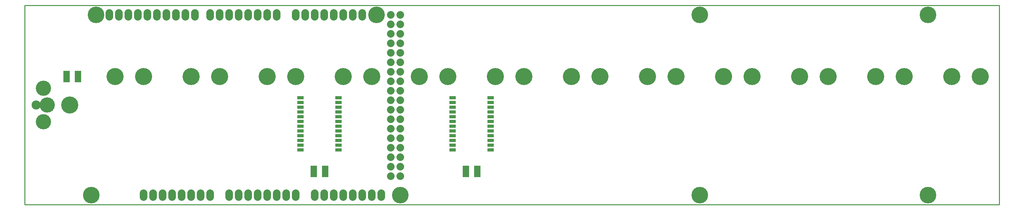
<source format=gbs>
G04 (created by PCBNEW (2013-jul-07)-stable) date Fri 01 Aug 2014 03:38:15 PM EDT*
%MOIN*%
G04 Gerber Fmt 3.4, Leading zero omitted, Abs format*
%FSLAX34Y34*%
G01*
G70*
G90*
G04 APERTURE LIST*
%ADD10C,0.00590551*%
%ADD11C,0.009*%
%ADD12C,0.175*%
%ADD13O,0.08X0.12*%
%ADD14C,0.08*%
%ADD15C,0.18*%
%ADD16C,0.096*%
%ADD17C,0.16*%
%ADD18R,0.07X0.12*%
%ADD19R,0.07X0.035*%
G04 APERTURE END LIST*
G54D10*
G54D11*
X110000Y-29000D02*
X7500Y-29000D01*
X110000Y-50000D02*
X110000Y-29000D01*
X7500Y-50000D02*
X110000Y-50000D01*
X7500Y-29000D02*
X7500Y-50000D01*
G54D12*
X14500Y-49000D03*
X15000Y-30000D03*
X47000Y-49000D03*
X44500Y-30000D03*
G54D13*
X20000Y-49000D03*
X21000Y-49000D03*
X22000Y-49000D03*
X23000Y-49000D03*
X24000Y-49000D03*
X25000Y-49000D03*
X26000Y-49000D03*
X27000Y-49000D03*
X29000Y-49000D03*
X30000Y-49000D03*
X31000Y-49000D03*
X32000Y-49000D03*
X33000Y-49000D03*
X34000Y-49000D03*
X35000Y-49000D03*
X36000Y-49000D03*
X38000Y-49000D03*
X39000Y-49000D03*
X40000Y-49000D03*
X41000Y-49000D03*
X42000Y-49000D03*
X43000Y-49000D03*
X44000Y-49000D03*
X45000Y-49000D03*
X16400Y-30000D03*
X17400Y-30000D03*
X18400Y-30000D03*
X19400Y-30000D03*
X20400Y-30000D03*
X21400Y-30000D03*
X22400Y-30000D03*
X23400Y-30000D03*
X24400Y-30000D03*
X25400Y-30000D03*
X27000Y-30000D03*
X34000Y-30000D03*
X33000Y-30000D03*
X32000Y-30000D03*
X31000Y-30000D03*
X30000Y-30000D03*
X29000Y-30000D03*
X28000Y-30000D03*
X36000Y-30000D03*
X37000Y-30000D03*
X38000Y-30000D03*
X39000Y-30000D03*
X40000Y-30000D03*
X41000Y-30000D03*
X42000Y-30000D03*
X43000Y-30000D03*
G54D14*
X46000Y-30000D03*
X47000Y-30000D03*
X46000Y-31000D03*
X47000Y-31000D03*
X46000Y-32000D03*
X47000Y-32000D03*
X46000Y-33000D03*
X47000Y-33000D03*
X46000Y-34000D03*
X47000Y-34000D03*
X46000Y-35000D03*
X47000Y-35000D03*
X46000Y-36000D03*
X47000Y-36000D03*
X46000Y-37000D03*
X47000Y-37000D03*
X46000Y-38000D03*
X47000Y-38000D03*
X46000Y-39000D03*
X47000Y-39000D03*
X46000Y-40000D03*
X47000Y-40000D03*
X46000Y-41000D03*
X47000Y-41000D03*
X46000Y-42000D03*
X47000Y-42000D03*
X46000Y-43000D03*
X47000Y-43000D03*
X46000Y-44000D03*
X47000Y-44000D03*
X46000Y-45000D03*
X47000Y-45000D03*
X46000Y-46000D03*
X47000Y-46000D03*
X46000Y-47000D03*
X47000Y-47000D03*
G54D15*
X89000Y-36500D03*
X92000Y-36500D03*
X97000Y-36500D03*
X100000Y-36500D03*
X105000Y-36500D03*
X108000Y-36500D03*
X73000Y-36500D03*
X76000Y-36500D03*
X65000Y-36500D03*
X68000Y-36500D03*
X49000Y-36500D03*
X52000Y-36500D03*
X57000Y-36500D03*
X60000Y-36500D03*
X81000Y-36500D03*
X84000Y-36500D03*
X25000Y-36500D03*
X28000Y-36500D03*
X17000Y-36500D03*
X20000Y-36500D03*
X33000Y-36500D03*
X36000Y-36500D03*
X41000Y-36500D03*
X44000Y-36500D03*
G54D16*
X8680Y-39500D03*
G54D17*
X9860Y-39500D03*
G54D15*
X12220Y-39500D03*
G54D17*
X9470Y-41270D03*
X9470Y-37730D03*
G54D18*
X39100Y-46500D03*
X37900Y-46500D03*
X55100Y-46500D03*
X53900Y-46500D03*
X13100Y-36500D03*
X11900Y-36500D03*
G54D19*
X40500Y-41250D03*
X40500Y-40750D03*
X40500Y-40250D03*
X40500Y-39750D03*
X40500Y-39250D03*
X40500Y-38750D03*
X40500Y-41750D03*
X40500Y-42250D03*
X40500Y-42750D03*
X40500Y-43250D03*
X40500Y-43750D03*
X40500Y-44250D03*
X36500Y-44250D03*
X36500Y-43750D03*
X36500Y-43250D03*
X36500Y-42750D03*
X36500Y-42250D03*
X36500Y-41750D03*
X36500Y-41250D03*
X36500Y-40750D03*
X36500Y-40250D03*
X36500Y-39750D03*
X36500Y-39250D03*
X36500Y-38750D03*
X56500Y-41250D03*
X56500Y-40750D03*
X56500Y-40250D03*
X56500Y-39750D03*
X56500Y-39250D03*
X56500Y-38750D03*
X56500Y-41750D03*
X56500Y-42250D03*
X56500Y-42750D03*
X56500Y-43250D03*
X56500Y-43750D03*
X56500Y-44250D03*
X52500Y-44250D03*
X52500Y-43750D03*
X52500Y-43250D03*
X52500Y-42750D03*
X52500Y-42250D03*
X52500Y-41750D03*
X52500Y-41250D03*
X52500Y-40750D03*
X52500Y-40250D03*
X52500Y-39750D03*
X52500Y-39250D03*
X52500Y-38750D03*
G54D12*
X78500Y-49000D03*
X78500Y-30000D03*
X102500Y-49000D03*
X102500Y-30000D03*
M02*

</source>
